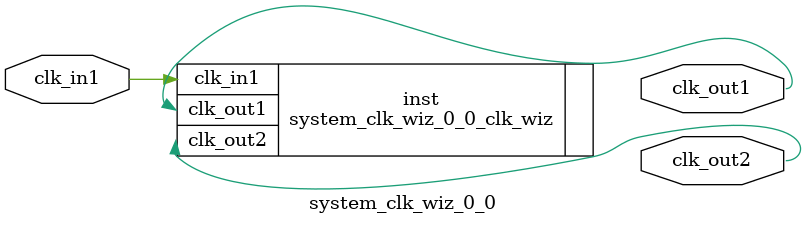
<source format=v>


`timescale 1ps/1ps

(* CORE_GENERATION_INFO = "system_clk_wiz_0_0,clk_wiz_v5_4_1_0,{component_name=system_clk_wiz_0_0,use_phase_alignment=true,use_min_o_jitter=false,use_max_i_jitter=false,use_dyn_phase_shift=false,use_inclk_switchover=false,use_dyn_reconfig=false,enable_axi=0,feedback_source=FDBK_AUTO,PRIMITIVE=MMCM,num_out_clk=2,clkin1_period=10.000,clkin2_period=10.000,use_power_down=false,use_reset=false,use_locked=false,use_inclk_stopped=false,feedback_type=SINGLE,CLOCK_MGR_TYPE=NA,manual_override=false}" *)

module system_clk_wiz_0_0 
 (
  // Clock out ports
  output        clk_out1,
  output        clk_out2,
 // Clock in ports
  input         clk_in1
 );

  system_clk_wiz_0_0_clk_wiz inst
  (
  // Clock out ports  
  .clk_out1(clk_out1),
  .clk_out2(clk_out2),
 // Clock in ports
  .clk_in1(clk_in1)
  );

endmodule

</source>
